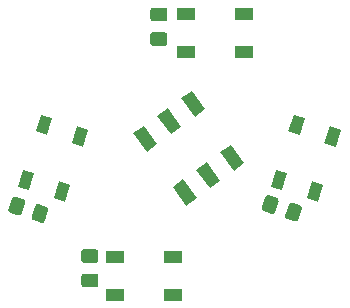
<source format=gbr>
%TF.GenerationSoftware,KiCad,Pcbnew,5.1.8*%
%TF.CreationDate,2021-01-17T11:30:11-05:00*%
%TF.ProjectId,penroserombus_thick_40mm,70656e72-6f73-4657-926f-6d6275735f74,rev?*%
%TF.SameCoordinates,Original*%
%TF.FileFunction,Paste,Top*%
%TF.FilePolarity,Positive*%
%FSLAX46Y46*%
G04 Gerber Fmt 4.6, Leading zero omitted, Abs format (unit mm)*
G04 Created by KiCad (PCBNEW 5.1.8) date 2021-01-17 11:30:11*
%MOMM*%
%LPD*%
G01*
G04 APERTURE LIST*
%ADD10C,0.100000*%
%ADD11R,1.500000X1.000000*%
G04 APERTURE END LIST*
%TO.C,C4*%
G36*
G01*
X135931250Y-99745400D02*
X135637684Y-100648904D01*
G75*
G02*
X135322666Y-100809414I-237764J77254D01*
G01*
X134680702Y-100600828D01*
G75*
G02*
X134520192Y-100285810I77254J237764D01*
G01*
X134813758Y-99382306D01*
G75*
G02*
X135128776Y-99221796I237764J-77254D01*
G01*
X135770740Y-99430382D01*
G75*
G02*
X135931250Y-99745400I-77254J-237764D01*
G01*
G37*
G36*
G01*
X133957808Y-99104190D02*
X133664242Y-100007694D01*
G75*
G02*
X133349224Y-100168204I-237764J77254D01*
G01*
X132707260Y-99959618D01*
G75*
G02*
X132546750Y-99644600I77254J237764D01*
G01*
X132840316Y-98741096D01*
G75*
G02*
X133155334Y-98580586I237764J-77254D01*
G01*
X133797298Y-98789172D01*
G75*
G02*
X133957808Y-99104190I-77254J-237764D01*
G01*
G37*
%TD*%
%TO.C,C2*%
G36*
G01*
X139921000Y-106273000D02*
X138971000Y-106273000D01*
G75*
G02*
X138721000Y-106023000I0J250000D01*
G01*
X138721000Y-105348000D01*
G75*
G02*
X138971000Y-105098000I250000J0D01*
G01*
X139921000Y-105098000D01*
G75*
G02*
X140171000Y-105348000I0J-250000D01*
G01*
X140171000Y-106023000D01*
G75*
G02*
X139921000Y-106273000I-250000J0D01*
G01*
G37*
G36*
G01*
X139921000Y-104198000D02*
X138971000Y-104198000D01*
G75*
G02*
X138721000Y-103948000I0J250000D01*
G01*
X138721000Y-103273000D01*
G75*
G02*
X138971000Y-103023000I250000J0D01*
G01*
X139921000Y-103023000D01*
G75*
G02*
X140171000Y-103273000I0J-250000D01*
G01*
X140171000Y-103948000D01*
G75*
G02*
X139921000Y-104198000I-250000J0D01*
G01*
G37*
%TD*%
D10*
%TO.C,SW1*%
G36*
X149208099Y-91198574D02*
G01*
X148318180Y-91845137D01*
X147171999Y-90267554D01*
X148061918Y-89620991D01*
X149208099Y-91198574D01*
G37*
G36*
X147185557Y-92668037D02*
G01*
X146295638Y-93314600D01*
X145149457Y-91737017D01*
X146039376Y-91090454D01*
X147185557Y-92668037D01*
G37*
G36*
X145163014Y-94137500D02*
G01*
X144273095Y-94784063D01*
X143126914Y-93206480D01*
X144016833Y-92559917D01*
X145163014Y-94137500D01*
G37*
G36*
X152529086Y-95769520D02*
G01*
X151639167Y-96416083D01*
X150492986Y-94838500D01*
X151382905Y-94191937D01*
X152529086Y-95769520D01*
G37*
G36*
X150506543Y-97238983D02*
G01*
X149616624Y-97885546D01*
X148470443Y-96307963D01*
X149360362Y-95661400D01*
X150506543Y-97238983D01*
G37*
G36*
X148484001Y-98708446D02*
G01*
X147594082Y-99355009D01*
X146447901Y-97777426D01*
X147337820Y-97130863D01*
X148484001Y-98708446D01*
G37*
%TD*%
%TO.C,C1*%
G36*
G01*
X155420808Y-98977190D02*
X155127242Y-99880694D01*
G75*
G02*
X154812224Y-100041204I-237764J77254D01*
G01*
X154170260Y-99832618D01*
G75*
G02*
X154009750Y-99517600I77254J237764D01*
G01*
X154303316Y-98614096D01*
G75*
G02*
X154618334Y-98453586I237764J-77254D01*
G01*
X155260298Y-98662172D01*
G75*
G02*
X155420808Y-98977190I-77254J-237764D01*
G01*
G37*
G36*
G01*
X157394250Y-99618400D02*
X157100684Y-100521904D01*
G75*
G02*
X156785666Y-100682414I-237764J77254D01*
G01*
X156143702Y-100473828D01*
G75*
G02*
X155983192Y-100158810I77254J237764D01*
G01*
X156276758Y-99255306D01*
G75*
G02*
X156591776Y-99094796I237764J-77254D01*
G01*
X157233740Y-99303382D01*
G75*
G02*
X157394250Y-99618400I-77254J-237764D01*
G01*
G37*
%TD*%
%TO.C,C3*%
G36*
G01*
X145763000Y-83751000D02*
X144813000Y-83751000D01*
G75*
G02*
X144563000Y-83501000I0J250000D01*
G01*
X144563000Y-82826000D01*
G75*
G02*
X144813000Y-82576000I250000J0D01*
G01*
X145763000Y-82576000D01*
G75*
G02*
X146013000Y-82826000I0J-250000D01*
G01*
X146013000Y-83501000D01*
G75*
G02*
X145763000Y-83751000I-250000J0D01*
G01*
G37*
G36*
G01*
X145763000Y-85826000D02*
X144813000Y-85826000D01*
G75*
G02*
X144563000Y-85576000I0J250000D01*
G01*
X144563000Y-84901000D01*
G75*
G02*
X144813000Y-84651000I250000J0D01*
G01*
X145763000Y-84651000D01*
G75*
G02*
X146013000Y-84901000I0J-250000D01*
G01*
X146013000Y-85576000D01*
G75*
G02*
X145763000Y-85826000I-250000J0D01*
G01*
G37*
%TD*%
%TO.C,D1*%
G36*
X159772641Y-92628233D02*
G01*
X160723698Y-92937250D01*
X160260173Y-94363835D01*
X159309116Y-94054818D01*
X159772641Y-92628233D01*
G37*
G36*
X156729260Y-91639378D02*
G01*
X157680317Y-91948395D01*
X157216792Y-93374980D01*
X156265735Y-93065963D01*
X156729260Y-91639378D01*
G37*
G36*
X158258458Y-97288410D02*
G01*
X159209515Y-97597427D01*
X158745990Y-99024012D01*
X157794933Y-98714995D01*
X158258458Y-97288410D01*
G37*
G36*
X155215077Y-96299555D02*
G01*
X156166134Y-96608572D01*
X155702609Y-98035157D01*
X154751552Y-97726140D01*
X155215077Y-96299555D01*
G37*
%TD*%
D11*
%TO.C,D2*%
X141582407Y-103689119D03*
X141582407Y-106889119D03*
X146482407Y-103689119D03*
X146482407Y-106889119D03*
%TD*%
%TO.C,D3*%
X147581513Y-83125141D03*
X147581513Y-86325141D03*
X152481513Y-83125141D03*
X152481513Y-86325141D03*
%TD*%
D10*
%TO.C,D4*%
G36*
X138361310Y-92628233D02*
G01*
X139312367Y-92937250D01*
X138848842Y-94363835D01*
X137897785Y-94054818D01*
X138361310Y-92628233D01*
G37*
G36*
X135317929Y-91639378D02*
G01*
X136268986Y-91948395D01*
X135805461Y-93374980D01*
X134854404Y-93065963D01*
X135317929Y-91639378D01*
G37*
G36*
X136847127Y-97288410D02*
G01*
X137798184Y-97597427D01*
X137334659Y-99024012D01*
X136383602Y-98714995D01*
X136847127Y-97288410D01*
G37*
G36*
X133803746Y-96299555D02*
G01*
X134754803Y-96608572D01*
X134291278Y-98035157D01*
X133340221Y-97726140D01*
X133803746Y-96299555D01*
G37*
%TD*%
M02*

</source>
